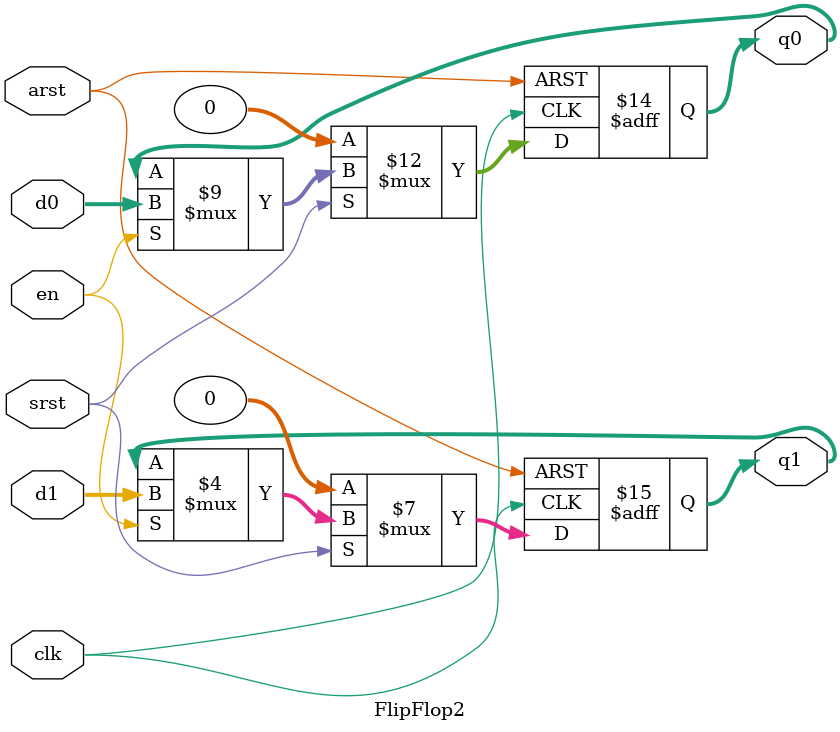
<source format=sv>

module FlipFlop2 #(
    parameter WIDTH = 32
) (
    input logic clk, en, srst, arst,
    input logic[WIDTH - 1:0] d0, d1,
    output logic[WIDTH - 1:0] q0, q1
);

    always_ff @(posedge clk or negedge arst) begin 
        if(~arst) begin // Reset
            q0 <= 0; 
            q1 <= 0;
        end 
		  else if(~srst) begin // Reset
				q0 <= 0;
				q1 <= 0;
		  end
        else if(en) begin // If enable
            q0 <= d0;
            q1 <= d1;
        end
    end
endmodule
</source>
